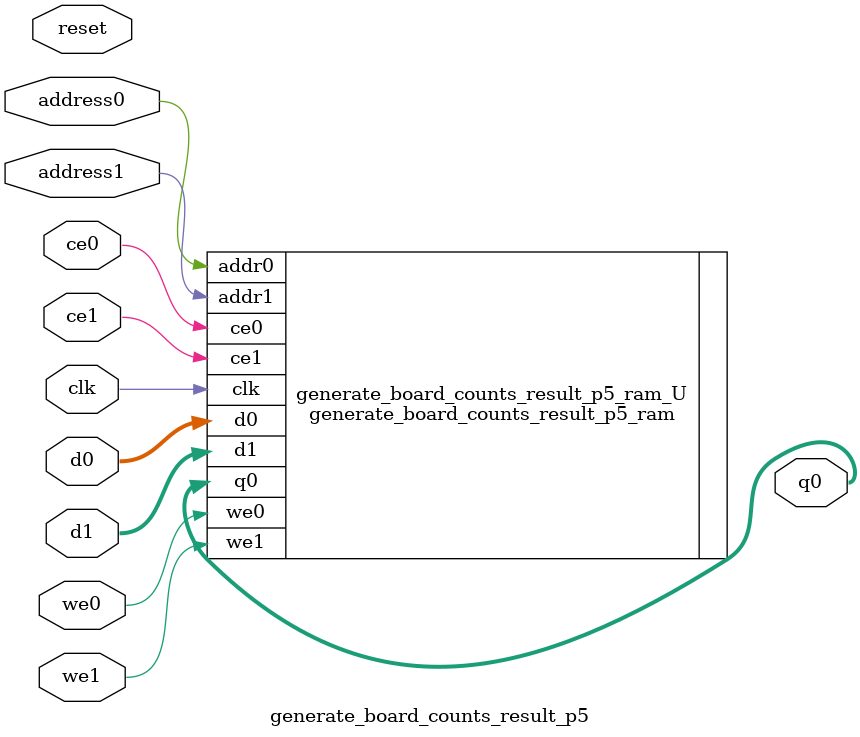
<source format=v>

`timescale 1 ns / 1 ps
module generate_board_counts_result_p5(
    reset,
    clk,
    address0,
    ce0,
    we0,
    d0,
    q0,
    address1,
    ce1,
    we1,
    d1);

parameter DataWidth = 32'd32;
parameter AddressRange = 32'd2;
parameter AddressWidth = 32'd1;
input reset;
input clk;
input[AddressWidth - 1:0] address0;
input ce0;
input we0;
input[DataWidth - 1:0] d0;
output[DataWidth - 1:0] q0;
input[AddressWidth - 1:0] address1;
input ce1;
input we1;
input[DataWidth - 1:0] d1;



generate_board_counts_result_p5_ram generate_board_counts_result_p5_ram_U(
    .clk( clk ),
    .addr0( address0 ),
    .ce0( ce0 ),
    .d0( d0 ),
    .we0( we0 ),
    .q0( q0 ),
    .addr1( address1 ),
    .ce1( ce1 ),
    .d1( d1 ),
    .we1( we1 ));

endmodule

</source>
